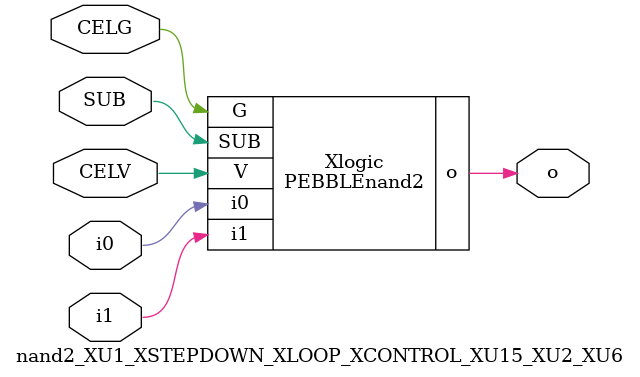
<source format=v>



module PEBBLEnand2 ( o, G, SUB, V, i0, i1 );

  input i0;
  input V;
  input i1;
  input G;
  output o;
  input SUB;
endmodule

//Celera Confidential Do Not Copy nand2_XU1_XSTEPDOWN_XLOOP_XCONTROL_XU15_XU2_XU6
//Celera Confidential Symbol Generator
//5V NAND2
module nand2_XU1_XSTEPDOWN_XLOOP_XCONTROL_XU15_XU2_XU6 (CELV,CELG,i0,i1,o,SUB);
input CELV;
input CELG;
input i0;
input i1;
input SUB;
output o;

//Celera Confidential Do Not Copy nand2
PEBBLEnand2 Xlogic(
.V (CELV),
.i0 (i0),
.i1 (i1),
.o (o),
.SUB (SUB),
.G (CELG)
);
//,diesize,PEBBLEnand2

//Celera Confidential Do Not Copy Module End
//Celera Schematic Generator
endmodule

</source>
